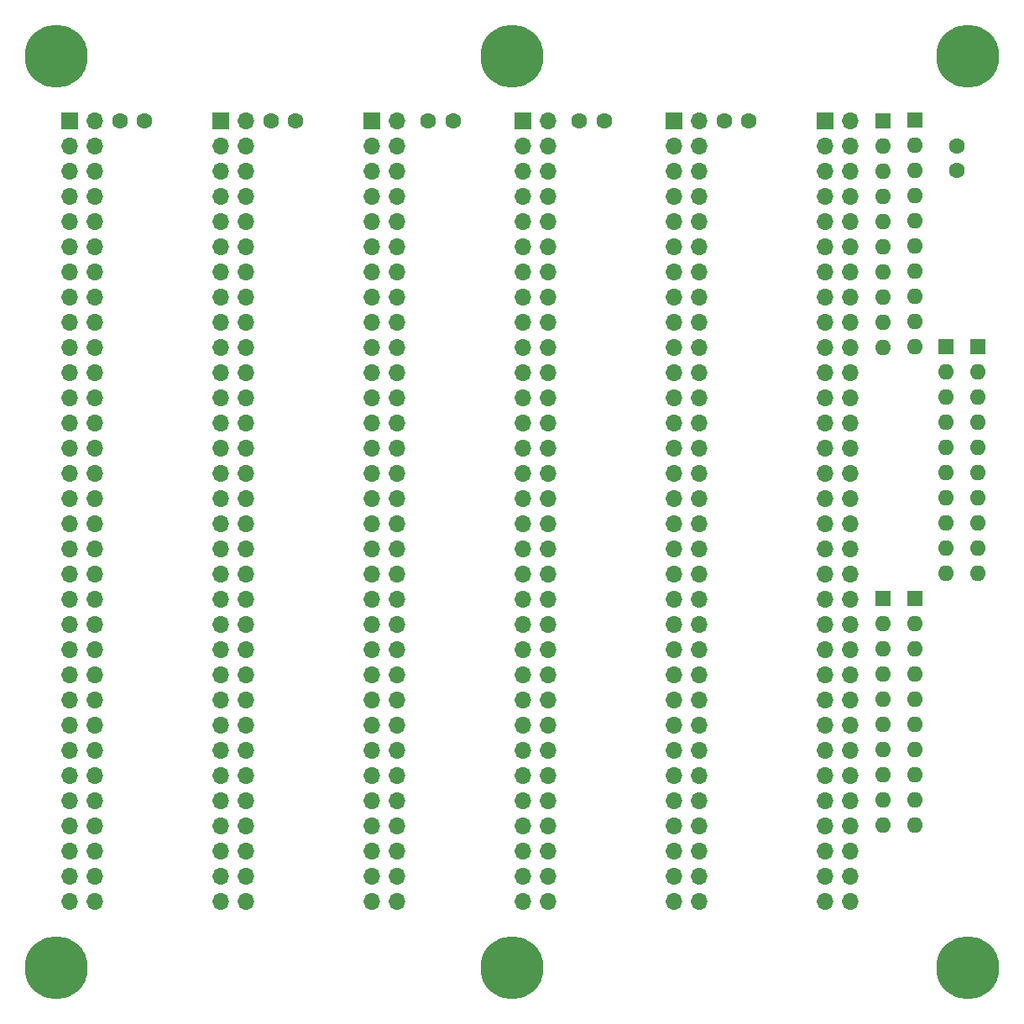
<source format=gbs>
G04 #@! TF.GenerationSoftware,KiCad,Pcbnew,(6.0.1)*
G04 #@! TF.CreationDate,2022-09-12T21:42:00-04:00*
G04 #@! TF.ProjectId,LB-BKPLANE-01,4c422d42-4b50-44c4-914e-452d30312e6b,1*
G04 #@! TF.SameCoordinates,Original*
G04 #@! TF.FileFunction,Soldermask,Bot*
G04 #@! TF.FilePolarity,Negative*
%FSLAX46Y46*%
G04 Gerber Fmt 4.6, Leading zero omitted, Abs format (unit mm)*
G04 Created by KiCad (PCBNEW (6.0.1)) date 2022-09-12 21:42:00*
%MOMM*%
%LPD*%
G01*
G04 APERTURE LIST*
%ADD10R,1.700000X1.700000*%
%ADD11O,1.700000X1.700000*%
%ADD12C,6.350000*%
%ADD13C,1.600000*%
%ADD14R,1.600000X1.600000*%
%ADD15O,1.600000X1.600000*%
G04 APERTURE END LIST*
D10*
X75361800Y-70510400D03*
D11*
X77901800Y-70510400D03*
X75361800Y-73050400D03*
X77901800Y-73050400D03*
X75361800Y-75590400D03*
X77901800Y-75590400D03*
X75361800Y-78130400D03*
X77901800Y-78130400D03*
X75361800Y-80670400D03*
X77901800Y-80670400D03*
X75361800Y-83210400D03*
X77901800Y-83210400D03*
X75361800Y-85750400D03*
X77901800Y-85750400D03*
X75361800Y-88290400D03*
X77901800Y-88290400D03*
X75361800Y-90830400D03*
X77901800Y-90830400D03*
X75361800Y-93370400D03*
X77901800Y-93370400D03*
X75361800Y-95910400D03*
X77901800Y-95910400D03*
X75361800Y-98450400D03*
X77901800Y-98450400D03*
X75361800Y-100990400D03*
X77901800Y-100990400D03*
X75361800Y-103530400D03*
X77901800Y-103530400D03*
X75361800Y-106070400D03*
X77901800Y-106070400D03*
X75361800Y-108610400D03*
X77901800Y-108610400D03*
X75361800Y-111150400D03*
X77901800Y-111150400D03*
X75361800Y-113690400D03*
X77901800Y-113690400D03*
X75361800Y-116230400D03*
X77901800Y-116230400D03*
X75361800Y-118770400D03*
X77901800Y-118770400D03*
X75361800Y-121310400D03*
X77901800Y-121310400D03*
X75361800Y-123850400D03*
X77901800Y-123850400D03*
X75361800Y-126390400D03*
X77901800Y-126390400D03*
X75361800Y-128930400D03*
X77901800Y-128930400D03*
X75361800Y-131470400D03*
X77901800Y-131470400D03*
X75361800Y-134010400D03*
X77901800Y-134010400D03*
X75361800Y-136550400D03*
X77901800Y-136550400D03*
X75361800Y-139090400D03*
X77901800Y-139090400D03*
X75361800Y-141630400D03*
X77901800Y-141630400D03*
X75361800Y-144170400D03*
X77901800Y-144170400D03*
X75361800Y-146710400D03*
X77901800Y-146710400D03*
X75361800Y-149250400D03*
X77901800Y-149250400D03*
D12*
X120000000Y-64000000D03*
D13*
X143921800Y-70510400D03*
X141421800Y-70510400D03*
D12*
X74000000Y-64000000D03*
D14*
X163826800Y-93280400D03*
D15*
X163826800Y-95820400D03*
X163826800Y-98360400D03*
X163826800Y-100900400D03*
X163826800Y-103440400D03*
X163826800Y-105980400D03*
X163826800Y-108520400D03*
X163826800Y-111060400D03*
X163826800Y-113600400D03*
X163826800Y-116140400D03*
D10*
X105841800Y-70510400D03*
D11*
X108381800Y-70510400D03*
X105841800Y-73050400D03*
X108381800Y-73050400D03*
X105841800Y-75590400D03*
X108381800Y-75590400D03*
X105841800Y-78130400D03*
X108381800Y-78130400D03*
X105841800Y-80670400D03*
X108381800Y-80670400D03*
X105841800Y-83210400D03*
X108381800Y-83210400D03*
X105841800Y-85750400D03*
X108381800Y-85750400D03*
X105841800Y-88290400D03*
X108381800Y-88290400D03*
X105841800Y-90830400D03*
X108381800Y-90830400D03*
X105841800Y-93370400D03*
X108381800Y-93370400D03*
X105841800Y-95910400D03*
X108381800Y-95910400D03*
X105841800Y-98450400D03*
X108381800Y-98450400D03*
X105841800Y-100990400D03*
X108381800Y-100990400D03*
X105841800Y-103530400D03*
X108381800Y-103530400D03*
X105841800Y-106070400D03*
X108381800Y-106070400D03*
X105841800Y-108610400D03*
X108381800Y-108610400D03*
X105841800Y-111150400D03*
X108381800Y-111150400D03*
X105841800Y-113690400D03*
X108381800Y-113690400D03*
X105841800Y-116230400D03*
X108381800Y-116230400D03*
X105841800Y-118770400D03*
X108381800Y-118770400D03*
X105841800Y-121310400D03*
X108381800Y-121310400D03*
X105841800Y-123850400D03*
X108381800Y-123850400D03*
X105841800Y-126390400D03*
X108381800Y-126390400D03*
X105841800Y-128930400D03*
X108381800Y-128930400D03*
X105841800Y-131470400D03*
X108381800Y-131470400D03*
X105841800Y-134010400D03*
X108381800Y-134010400D03*
X105841800Y-136550400D03*
X108381800Y-136550400D03*
X105841800Y-139090400D03*
X108381800Y-139090400D03*
X105841800Y-141630400D03*
X108381800Y-141630400D03*
X105841800Y-144170400D03*
X108381800Y-144170400D03*
X105841800Y-146710400D03*
X108381800Y-146710400D03*
X105841800Y-149250400D03*
X108381800Y-149250400D03*
D14*
X160651800Y-118680400D03*
D15*
X160651800Y-121220400D03*
X160651800Y-123760400D03*
X160651800Y-126300400D03*
X160651800Y-128840400D03*
X160651800Y-131380400D03*
X160651800Y-133920400D03*
X160651800Y-136460400D03*
X160651800Y-139000400D03*
X160651800Y-141540400D03*
D10*
X121081800Y-70510400D03*
D11*
X123621800Y-70510400D03*
X121081800Y-73050400D03*
X123621800Y-73050400D03*
X121081800Y-75590400D03*
X123621800Y-75590400D03*
X121081800Y-78130400D03*
X123621800Y-78130400D03*
X121081800Y-80670400D03*
X123621800Y-80670400D03*
X121081800Y-83210400D03*
X123621800Y-83210400D03*
X121081800Y-85750400D03*
X123621800Y-85750400D03*
X121081800Y-88290400D03*
X123621800Y-88290400D03*
X121081800Y-90830400D03*
X123621800Y-90830400D03*
X121081800Y-93370400D03*
X123621800Y-93370400D03*
X121081800Y-95910400D03*
X123621800Y-95910400D03*
X121081800Y-98450400D03*
X123621800Y-98450400D03*
X121081800Y-100990400D03*
X123621800Y-100990400D03*
X121081800Y-103530400D03*
X123621800Y-103530400D03*
X121081800Y-106070400D03*
X123621800Y-106070400D03*
X121081800Y-108610400D03*
X123621800Y-108610400D03*
X121081800Y-111150400D03*
X123621800Y-111150400D03*
X121081800Y-113690400D03*
X123621800Y-113690400D03*
X121081800Y-116230400D03*
X123621800Y-116230400D03*
X121081800Y-118770400D03*
X123621800Y-118770400D03*
X121081800Y-121310400D03*
X123621800Y-121310400D03*
X121081800Y-123850400D03*
X123621800Y-123850400D03*
X121081800Y-126390400D03*
X123621800Y-126390400D03*
X121081800Y-128930400D03*
X123621800Y-128930400D03*
X121081800Y-131470400D03*
X123621800Y-131470400D03*
X121081800Y-134010400D03*
X123621800Y-134010400D03*
X121081800Y-136550400D03*
X123621800Y-136550400D03*
X121081800Y-139090400D03*
X123621800Y-139090400D03*
X121081800Y-141630400D03*
X123621800Y-141630400D03*
X121081800Y-144170400D03*
X123621800Y-144170400D03*
X121081800Y-146710400D03*
X123621800Y-146710400D03*
X121081800Y-149250400D03*
X123621800Y-149250400D03*
D13*
X114056800Y-70510400D03*
X111556800Y-70510400D03*
D14*
X157476800Y-70515400D03*
D15*
X157476800Y-73055400D03*
X157476800Y-75595400D03*
X157476800Y-78135400D03*
X157476800Y-80675400D03*
X157476800Y-83215400D03*
X157476800Y-85755400D03*
X157476800Y-88295400D03*
X157476800Y-90835400D03*
X157476800Y-93375400D03*
D10*
X151561800Y-70510400D03*
D11*
X154101800Y-70510400D03*
X151561800Y-73050400D03*
X154101800Y-73050400D03*
X151561800Y-75590400D03*
X154101800Y-75590400D03*
X151561800Y-78130400D03*
X154101800Y-78130400D03*
X151561800Y-80670400D03*
X154101800Y-80670400D03*
X151561800Y-83210400D03*
X154101800Y-83210400D03*
X151561800Y-85750400D03*
X154101800Y-85750400D03*
X151561800Y-88290400D03*
X154101800Y-88290400D03*
X151561800Y-90830400D03*
X154101800Y-90830400D03*
X151561800Y-93370400D03*
X154101800Y-93370400D03*
X151561800Y-95910400D03*
X154101800Y-95910400D03*
X151561800Y-98450400D03*
X154101800Y-98450400D03*
X151561800Y-100990400D03*
X154101800Y-100990400D03*
X151561800Y-103530400D03*
X154101800Y-103530400D03*
X151561800Y-106070400D03*
X154101800Y-106070400D03*
X151561800Y-108610400D03*
X154101800Y-108610400D03*
X151561800Y-111150400D03*
X154101800Y-111150400D03*
X151561800Y-113690400D03*
X154101800Y-113690400D03*
X151561800Y-116230400D03*
X154101800Y-116230400D03*
X151561800Y-118770400D03*
X154101800Y-118770400D03*
X151561800Y-121310400D03*
X154101800Y-121310400D03*
X151561800Y-123850400D03*
X154101800Y-123850400D03*
X151561800Y-126390400D03*
X154101800Y-126390400D03*
X151561800Y-128930400D03*
X154101800Y-128930400D03*
X151561800Y-131470400D03*
X154101800Y-131470400D03*
X151561800Y-134010400D03*
X154101800Y-134010400D03*
X151561800Y-136550400D03*
X154101800Y-136550400D03*
X151561800Y-139090400D03*
X154101800Y-139090400D03*
X151561800Y-141630400D03*
X154101800Y-141630400D03*
X151561800Y-144170400D03*
X154101800Y-144170400D03*
X151561800Y-146710400D03*
X154101800Y-146710400D03*
X151561800Y-149250400D03*
X154101800Y-149250400D03*
D13*
X164896800Y-75570400D03*
X164896800Y-73070400D03*
D10*
X136321800Y-70510400D03*
D11*
X138861800Y-70510400D03*
X136321800Y-73050400D03*
X138861800Y-73050400D03*
X136321800Y-75590400D03*
X138861800Y-75590400D03*
X136321800Y-78130400D03*
X138861800Y-78130400D03*
X136321800Y-80670400D03*
X138861800Y-80670400D03*
X136321800Y-83210400D03*
X138861800Y-83210400D03*
X136321800Y-85750400D03*
X138861800Y-85750400D03*
X136321800Y-88290400D03*
X138861800Y-88290400D03*
X136321800Y-90830400D03*
X138861800Y-90830400D03*
X136321800Y-93370400D03*
X138861800Y-93370400D03*
X136321800Y-95910400D03*
X138861800Y-95910400D03*
X136321800Y-98450400D03*
X138861800Y-98450400D03*
X136321800Y-100990400D03*
X138861800Y-100990400D03*
X136321800Y-103530400D03*
X138861800Y-103530400D03*
X136321800Y-106070400D03*
X138861800Y-106070400D03*
X136321800Y-108610400D03*
X138861800Y-108610400D03*
X136321800Y-111150400D03*
X138861800Y-111150400D03*
X136321800Y-113690400D03*
X138861800Y-113690400D03*
X136321800Y-116230400D03*
X138861800Y-116230400D03*
X136321800Y-118770400D03*
X138861800Y-118770400D03*
X136321800Y-121310400D03*
X138861800Y-121310400D03*
X136321800Y-123850400D03*
X138861800Y-123850400D03*
X136321800Y-126390400D03*
X138861800Y-126390400D03*
X136321800Y-128930400D03*
X138861800Y-128930400D03*
X136321800Y-131470400D03*
X138861800Y-131470400D03*
X136321800Y-134010400D03*
X138861800Y-134010400D03*
X136321800Y-136550400D03*
X138861800Y-136550400D03*
X136321800Y-139090400D03*
X138861800Y-139090400D03*
X136321800Y-141630400D03*
X138861800Y-141630400D03*
X136321800Y-144170400D03*
X138861800Y-144170400D03*
X136321800Y-146710400D03*
X138861800Y-146710400D03*
X136321800Y-149250400D03*
X138861800Y-149250400D03*
D14*
X167001800Y-93280400D03*
D15*
X167001800Y-95820400D03*
X167001800Y-98360400D03*
X167001800Y-100900400D03*
X167001800Y-103440400D03*
X167001800Y-105980400D03*
X167001800Y-108520400D03*
X167001800Y-111060400D03*
X167001800Y-113600400D03*
X167001800Y-116140400D03*
D13*
X98201800Y-70510400D03*
X95701800Y-70510400D03*
D14*
X160651800Y-70420400D03*
D15*
X160651800Y-72960400D03*
X160651800Y-75500400D03*
X160651800Y-78040400D03*
X160651800Y-80580400D03*
X160651800Y-83120400D03*
X160651800Y-85660400D03*
X160651800Y-88200400D03*
X160651800Y-90740400D03*
X160651800Y-93280400D03*
D13*
X129296800Y-70510400D03*
X126796800Y-70510400D03*
D12*
X120000000Y-156000000D03*
D14*
X157476800Y-118680400D03*
D15*
X157476800Y-121220400D03*
X157476800Y-123760400D03*
X157476800Y-126300400D03*
X157476800Y-128840400D03*
X157476800Y-131380400D03*
X157476800Y-133920400D03*
X157476800Y-136460400D03*
X157476800Y-139000400D03*
X157476800Y-141540400D03*
D12*
X166000000Y-64000000D03*
X166000000Y-156000000D03*
D10*
X90601800Y-70510400D03*
D11*
X93141800Y-70510400D03*
X90601800Y-73050400D03*
X93141800Y-73050400D03*
X90601800Y-75590400D03*
X93141800Y-75590400D03*
X90601800Y-78130400D03*
X93141800Y-78130400D03*
X90601800Y-80670400D03*
X93141800Y-80670400D03*
X90601800Y-83210400D03*
X93141800Y-83210400D03*
X90601800Y-85750400D03*
X93141800Y-85750400D03*
X90601800Y-88290400D03*
X93141800Y-88290400D03*
X90601800Y-90830400D03*
X93141800Y-90830400D03*
X90601800Y-93370400D03*
X93141800Y-93370400D03*
X90601800Y-95910400D03*
X93141800Y-95910400D03*
X90601800Y-98450400D03*
X93141800Y-98450400D03*
X90601800Y-100990400D03*
X93141800Y-100990400D03*
X90601800Y-103530400D03*
X93141800Y-103530400D03*
X90601800Y-106070400D03*
X93141800Y-106070400D03*
X90601800Y-108610400D03*
X93141800Y-108610400D03*
X90601800Y-111150400D03*
X93141800Y-111150400D03*
X90601800Y-113690400D03*
X93141800Y-113690400D03*
X90601800Y-116230400D03*
X93141800Y-116230400D03*
X90601800Y-118770400D03*
X93141800Y-118770400D03*
X90601800Y-121310400D03*
X93141800Y-121310400D03*
X90601800Y-123850400D03*
X93141800Y-123850400D03*
X90601800Y-126390400D03*
X93141800Y-126390400D03*
X90601800Y-128930400D03*
X93141800Y-128930400D03*
X90601800Y-131470400D03*
X93141800Y-131470400D03*
X90601800Y-134010400D03*
X93141800Y-134010400D03*
X90601800Y-136550400D03*
X93141800Y-136550400D03*
X90601800Y-139090400D03*
X93141800Y-139090400D03*
X90601800Y-141630400D03*
X93141800Y-141630400D03*
X90601800Y-144170400D03*
X93141800Y-144170400D03*
X90601800Y-146710400D03*
X93141800Y-146710400D03*
X90601800Y-149250400D03*
X93141800Y-149250400D03*
D12*
X74000000Y-156000000D03*
D13*
X80461800Y-70510400D03*
X82961800Y-70510400D03*
M02*

</source>
